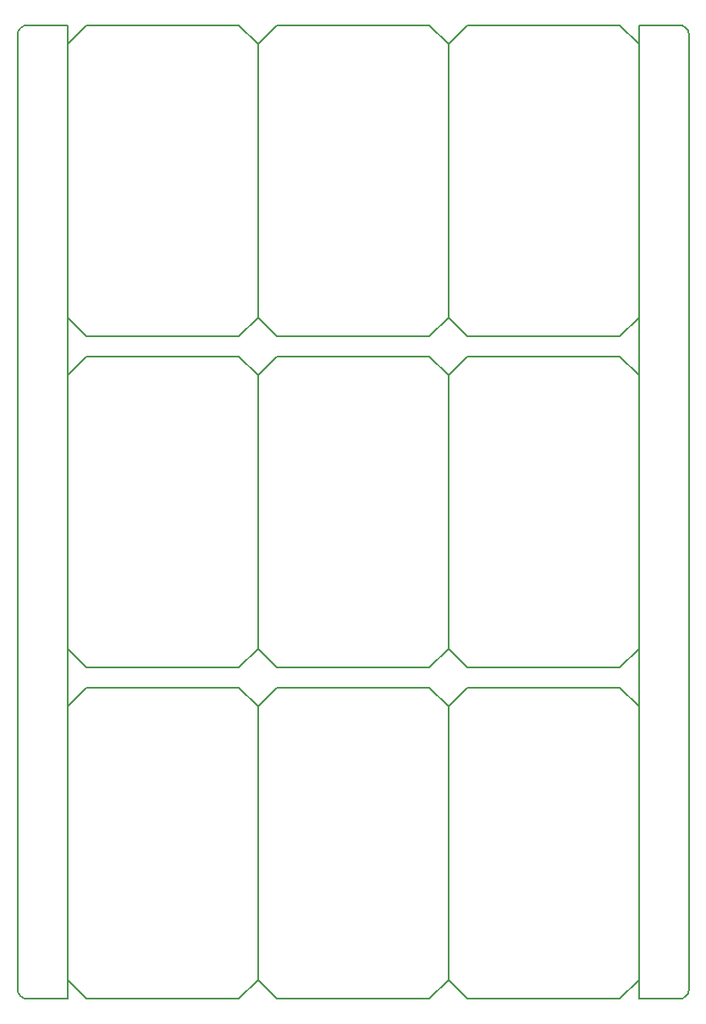
<source format=gko>
*
%FSLAX26Y26*%
%MOIN*%
%ADD10C,0.005906*%
%IPPOS*%
%LN5060-458671.gko*%
%LPD*%
G75*
G54D10*
X271850Y1225000D02*
X296850D01*
X196850Y1150000D02*
X271850Y1225000D01*
X296850D02*
X871850D01*
X196850Y75000D02*
Y1150000D01*
Y75000D02*
X271850Y0D01*
X871850D01*
X946850Y75000D01*
Y1150000D01*
X871850Y1225000D02*
X946850Y1150000D01*
X271850Y2528740D02*
X296850D01*
X196850Y2453740D02*
X271850Y2528740D01*
X296850D02*
X871850D01*
X196850Y1378740D02*
Y2453740D01*
Y1378740D02*
X271850Y1303740D01*
X871850D01*
X946850Y1378740D01*
Y2453740D01*
X871850Y2528740D02*
X946850Y2453740D01*
X271850Y3832480D02*
X296850D01*
X196850Y3757480D02*
X271850Y3832480D01*
X296850D02*
X871850D01*
X196850Y2682480D02*
Y3757480D01*
Y2682480D02*
X271850Y2607480D01*
X871850D01*
X946850Y2682480D01*
Y3757480D01*
X871850Y3832480D02*
X946850Y3757480D01*
X1021850Y1225000D02*
X1046850D01*
X946850Y1150000D02*
X1021850Y1225000D01*
X1046850D02*
X1621850D01*
X946850Y75000D02*
Y1150000D01*
Y75000D02*
X1021850Y0D01*
X1621850D01*
X1696850Y75000D01*
Y1150000D01*
X1621850Y1225000D02*
X1696850Y1150000D01*
X1021850Y2528740D02*
X1046850D01*
X946850Y2453740D02*
X1021850Y2528740D01*
X1046850D02*
X1621850D01*
X946850Y1378740D02*
Y2453740D01*
Y1378740D02*
X1021850Y1303740D01*
X1621850D01*
X1696850Y1378740D01*
Y2453740D01*
X1621850Y2528740D02*
X1696850Y2453740D01*
X1021850Y3832480D02*
X1046850D01*
X946850Y3757480D02*
X1021850Y3832480D01*
X1046850D02*
X1621850D01*
X946850Y2682480D02*
Y3757480D01*
Y2682480D02*
X1021850Y2607480D01*
X1621850D01*
X1696850Y2682480D01*
Y3757480D01*
X1621850Y3832480D02*
X1696850Y3757480D01*
X1771850Y1225000D02*
X1796850D01*
X1696850Y1150000D02*
X1771850Y1225000D01*
X1796850D02*
X2371850D01*
X1696850Y75000D02*
Y1150000D01*
Y75000D02*
X1771850Y0D01*
X2371850D01*
X2446850Y75000D01*
Y1150000D01*
X2371850Y1225000D02*
X2446850Y1150000D01*
X1771850Y2528740D02*
X1796850D01*
X1696850Y2453740D02*
X1771850Y2528740D01*
X1796850D02*
X2371850D01*
X1696850Y1378740D02*
Y2453740D01*
Y1378740D02*
X1771850Y1303740D01*
X2371850D01*
X2446850Y1378740D01*
Y2453740D01*
X2371850Y2528740D02*
X2446850Y2453740D01*
X1771850Y3832480D02*
X1796850D01*
X1696850Y3757480D02*
X1771850Y3832480D01*
X1796850D02*
X2371850D01*
X1696850Y2682480D02*
Y3757480D01*
Y2682480D02*
X1771850Y2607480D01*
X2371850D01*
X2446850Y2682480D01*
Y3757480D01*
X2371850Y3832480D02*
X2446850Y3757480D01*
X39370Y3832480D02*
X196850D01*
X2643701Y3793110D02*
Y39370D01*
X2604331Y0D02*
X2446850D01*
X0Y39370D02*
Y3793110D01*
X196850Y0D02*
Y3832480D01*
X2446850D02*
Y0D01*
Y3832480D02*
X2604331D01*
X196850Y0D02*
X39370D01*
Y3832480D02*
X33163Y3831988D01*
X27110Y3830523D01*
X21365Y3828122D01*
X16070Y3824845D01*
X11358Y3820774D01*
X7346Y3816012D01*
X4136Y3810676D01*
X1807Y3804901D01*
X418Y3798831D01*
X0Y3793110D01*
Y39370D02*
X492Y33163D01*
X1957Y27110D01*
X4358Y21365D01*
X7635Y16070D01*
X11706Y11358D01*
X16469Y7346D01*
X21804Y4136D01*
X27580Y1807D01*
X33650Y418D01*
X39370Y0D01*
X2604331D02*
X2610538Y492D01*
X2616590Y1957D01*
X2622336Y4358D01*
X2627631Y7635D01*
X2632343Y11706D01*
X2636355Y16469D01*
X2639565Y21804D01*
X2641894Y27580D01*
X2643283Y33650D01*
X2643701Y39370D01*
X2604331Y3832480D02*
X2610538Y3831988D01*
X2616590Y3830523D01*
X2622336Y3828122D01*
X2627631Y3824845D01*
X2632343Y3820774D01*
X2636355Y3816012D01*
X2639565Y3810676D01*
X2641894Y3804901D01*
X2643283Y3798831D01*
X2643701Y3793110D01*
M02*

</source>
